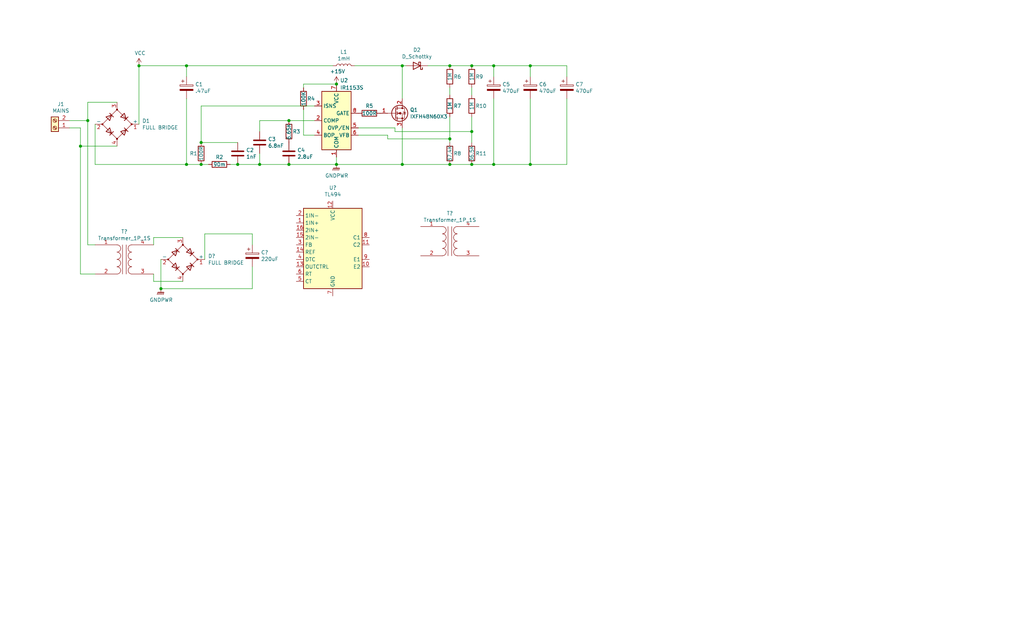
<source format=kicad_sch>
(kicad_sch (version 20211123) (generator eeschema)
  (paper "USLegal")
  (lib_symbols
    (symbol "Connector:Screw_Terminal_01x02" (pin_names (offset 1.016) hide)
      (property "Reference" "J" (at 0 2.54 0))
      (property "Value" "Screw_Terminal_01x02" (at 0 -5.08 0))
      (symbol "Screw_Terminal_01x02_1_1"
        (rectangle (start -1.27 1.27) (end 1.27 -3.81) (stroke (width 0.254)) (fill (type background)))
        (circle (center 0 -2.54) (radius 0.635) (stroke (width 0.1524)))
        (polyline (pts (xy -0.5334 -2.2098) (xy 0.3302 -3.048)) (stroke (width 0.1524)))
        (polyline (pts (xy -0.5334 0.3302) (xy 0.3302 -0.508)) (stroke (width 0.1524)))
        (polyline (pts (xy -0.3556 -2.032) (xy 0.508 -2.8702)) (stroke (width 0.1524)))
        (polyline (pts (xy -0.3556 0.508) (xy 0.508 -0.3302)) (stroke (width 0.1524)))
        (circle (center 0 0) (radius 0.635) (stroke (width 0.1524)))
        (pin passive line (at -5.08 0 0) (length 3.81) (name "Pin_1") (number "1"))
        (pin passive line (at -5.08 -2.54 0) (length 3.81) (name "Pin_2") (number "2"))
      )
    )
    (symbol "Device:C" (pin_numbers hide) (pin_names (offset 0.254))
      (property "Reference" "C" (at 0.635 2.54 0))
      (property "Value" "C" (at 0.635 -2.54 0))
      (symbol "C_0_1"
        (polyline (pts (xy -2.032 -0.762) (xy 2.032 -0.762)) (stroke (width 0.508)))
        (polyline (pts (xy -2.032 0.762) (xy 2.032 0.762)) (stroke (width 0.508)))
      )
      (symbol "C_1_1"
        (pin passive line (at 0 3.81 270) (length 2.794) (name "~") (number "1"))
        (pin passive line (at 0 -3.81 90) (length 2.794) (name "~") (number "2"))
      )
    )
    (symbol "Device:CP" (pin_numbers hide) (pin_names (offset 0.254))
      (property "Reference" "C" (at 0.635 2.54 0))
      (property "Value" "Device_CP" (at 0.635 -2.54 0))
      (symbol "CP_0_1"
        (rectangle (start -2.286 0.508) (end 2.286 1.016))
        (polyline (pts (xy -1.778 2.286) (xy -0.762 2.286)))
        (polyline (pts (xy -1.27 2.794) (xy -1.27 1.778)))
        (rectangle (start 2.286 -0.508) (end -2.286 -1.016) (fill (type outline)))
      )
      (symbol "CP_1_1"
        (pin passive line (at 0 3.81 270) (length 2.794) (name "~") (number "1"))
        (pin passive line (at 0 -3.81 90) (length 2.794) (name "~") (number "2"))
      )
    )
    (symbol "Device:D_Bridge_+-AA" (pin_names (offset 0))
      (property "Reference" "D" (at 2.54 6.985 0))
      (property "Value" "D_Bridge_+-AA" (at 2.54 5.08 0))
      (symbol "D_Bridge_+-AA_0_1"
        (circle (center -5.08 0) (radius 0.254) (fill (type outline)))
        (circle (center 0 -5.08) (radius 0.254) (fill (type outline)))
        (polyline (pts (xy -2.54 3.81) (xy -1.27 2.54)) (stroke (width 0.254)))
        (polyline (pts (xy -1.27 -2.54) (xy -2.54 -3.81)) (stroke (width 0.254)))
        (polyline (pts (xy 2.54 -1.27) (xy 3.81 -2.54)) (stroke (width 0.254)))
        (polyline (pts (xy 2.54 1.27) (xy 3.81 2.54)) (stroke (width 0.254)))
        (polyline (pts (xy -3.81 2.54) (xy -2.54 1.27) (xy -1.905 3.175) (xy -3.81 2.54)) (stroke (width 0.254)))
        (polyline (pts (xy -2.54 -1.27) (xy -3.81 -2.54) (xy -1.905 -3.175) (xy -2.54 -1.27)) (stroke (width 0.254)))
        (polyline (pts (xy 1.27 2.54) (xy 2.54 3.81) (xy 3.175 1.905) (xy 1.27 2.54)) (stroke (width 0.254)))
        (polyline (pts (xy 3.175 -1.905) (xy 1.27 -2.54) (xy 2.54 -3.81) (xy 3.175 -1.905)) (stroke (width 0.254)))
        (polyline (pts (xy -5.08 0) (xy 0 -5.08) (xy 5.08 0) (xy 0 5.08) (xy -5.08 0)))
        (circle (center 0 5.08) (radius 0.254) (fill (type outline)))
        (circle (center 5.08 0) (radius 0.254) (fill (type outline)))
      )
      (symbol "D_Bridge_+-AA_1_1"
        (pin passive line (at 7.62 0 180) (length 2.54) (name "+") (number "1"))
        (pin passive line (at -7.62 0 0) (length 2.54) (name "-") (number "2"))
        (pin passive line (at 0 7.62 270) (length 2.54) (name "~") (number "3"))
        (pin passive line (at 0 -7.62 90) (length 2.54) (name "~") (number "4"))
      )
    )
    (symbol "Device:D_Schottky" (pin_numbers hide) (pin_names (offset 1.016) hide)
      (property "Reference" "D" (at 0 2.54 0))
      (property "Value" "D_Schottky" (at 0 -2.54 0))
      (symbol "D_Schottky_0_1"
        (polyline (pts (xy 1.27 0) (xy -1.27 0)))
        (polyline (pts (xy 1.27 1.27) (xy 1.27 -1.27) (xy -1.27 0) (xy 1.27 1.27)) (stroke (width 0.254)))
        (polyline (pts (xy -1.905 0.635) (xy -1.905 1.27) (xy -1.27 1.27) (xy -1.27 -1.27) (xy -0.635 -1.27) (xy -0.635 -0.635)) (stroke (width 0.254)))
      )
      (symbol "D_Schottky_1_1"
        (pin passive line (at -3.81 0 0) (length 2.54) (name "K") (number "1"))
        (pin passive line (at 3.81 0 180) (length 2.54) (name "A") (number "2"))
      )
    )
    (symbol "Device:L" (pin_numbers hide) (pin_names (offset 1.016) hide)
      (property "Reference" "L" (at -1.27 0 90))
      (property "Value" "L" (at 1.905 0 90))
      (symbol "L_0_1"
        (arc (start 0 -2.54) (mid 0.635 -1.905) (end 0 -1.27))
        (arc (start 0 -1.27) (mid 0.635 -0.635) (end 0 0))
        (arc (start 0 0) (mid 0.635 0.635) (end 0 1.27))
        (arc (start 0 1.27) (mid 0.635 1.905) (end 0 2.54))
      )
      (symbol "L_1_1"
        (pin passive line (at 0 3.81 270) (length 1.27) (name "1") (number "1"))
        (pin passive line (at 0 -3.81 90) (length 1.27) (name "2") (number "2"))
      )
    )
    (symbol "Device:R" (pin_numbers hide) (pin_names (offset 0))
      (property "Reference" "R" (at 2.032 0 90))
      (property "Value" "R" (at 0 0 90))
      (symbol "R_0_1"
        (rectangle (start -1.016 -2.54) (end 1.016 2.54) (stroke (width 0.254)))
      )
      (symbol "R_1_1"
        (pin passive line (at 0 3.81 270) (length 1.27) (name "~") (number "1"))
        (pin passive line (at 0 -3.81 90) (length 1.27) (name "~") (number "2"))
      )
    )
    (symbol "Device:Transformer_1P_1S" (pin_names (offset 1.016) hide)
      (property "Reference" "T" (at 0 6.35 0))
      (property "Value" "Transformer_1P_1S" (at 0 -7.62 0))
      (symbol "Transformer_1P_1S_0_1"
        (arc (start -2.54 -5.0546) (mid -1.6561 -4.6863) (end -1.27 -3.81))
        (arc (start -2.54 -2.5146) (mid -1.6561 -2.1463) (end -1.27 -1.27))
        (arc (start -2.54 0.0254) (mid -1.6561 0.3937) (end -1.27 1.27))
        (arc (start -2.54 2.5654) (mid -1.6561 2.9337) (end -1.27 3.81))
        (arc (start -1.27 -3.81) (mid -1.642 -2.912) (end -2.54 -2.54))
        (arc (start -1.27 -1.27) (mid -1.642 -0.372) (end -2.54 0))
        (arc (start -1.27 1.27) (mid -1.642 2.168) (end -2.54 2.54))
        (arc (start -1.27 3.81) (mid -1.642 4.708) (end -2.54 5.08))
        (polyline (pts (xy -0.635 5.08) (xy -0.635 -5.08)))
        (polyline (pts (xy 0.635 -5.08) (xy 0.635 5.08)))
        (arc (start 1.2954 -1.27) (mid 1.6599 -2.1501) (end 2.54 -2.5146))
        (arc (start 1.2954 1.27) (mid 1.6599 0.3899) (end 2.54 0.0254))
        (arc (start 1.2954 3.81) (mid 1.6599 2.9299) (end 2.54 2.5654))
        (arc (start 1.3208 -3.81) (mid 1.6853 -4.6901) (end 2.5654 -5.0546))
        (arc (start 2.54 0) (mid 1.6456 -0.3683) (end 1.2954 -1.27))
        (arc (start 2.54 2.54) (mid 1.6456 2.1717) (end 1.2954 1.27))
        (arc (start 2.54 5.08) (mid 1.6456 4.7117) (end 1.2954 3.81))
        (arc (start 2.5654 -2.54) (mid 1.671 -2.9083) (end 1.3208 -3.81))
      )
      (symbol "Transformer_1P_1S_1_1"
        (pin passive line (at -10.16 5.08 0) (length 7.62) (name "AA") (number "1"))
        (pin passive line (at -10.16 -5.08 0) (length 7.62) (name "AB") (number "2"))
        (pin passive line (at 10.16 -5.08 180) (length 7.62) (name "SA") (number "3"))
        (pin passive line (at 10.16 5.08 180) (length 7.62) (name "SB") (number "4"))
      )
    )
    (symbol "Regulator_Controller:IR1153S"
      (property "Reference" "U" (at 1.27 13.335 0))
      (property "Value" "IR1153S" (at 1.27 11.43 0))
      (symbol "IR1153S_0_1"
        (rectangle (start -5.08 -10.16) (end 5.08 10.16) (stroke (width 0.254)) (fill (type background)))
      )
      (symbol "IR1153S_1_1"
        (pin power_in line (at 0 -12.7 90) (length 2.54) (name "COM") (number "1"))
        (pin output line (at -7.62 0 0) (length 2.54) (name "COMP") (number "2"))
        (pin passive line (at -7.62 5.08 0) (length 2.54) (name "ISNS") (number "3"))
        (pin input line (at -7.62 -5.08 0) (length 2.54) (name "BOP") (number "4"))
        (pin input line (at 7.62 -2.54 180) (length 2.54) (name "OVP/EN") (number "5"))
        (pin input line (at 7.62 -5.08 180) (length 2.54) (name "VFB") (number "6"))
        (pin power_in line (at 0 12.7 270) (length 2.54) (name "VCC") (number "7"))
        (pin output line (at 7.62 2.54 180) (length 2.54) (name "GATE") (number "8"))
      )
    )
    (symbol "Regulator_Controller:TL494"
      (property "Reference" "U" (at 3.81 19.05 0))
      (property "Value" "TL494" (at 3.81 16.51 0))
      (symbol "TL494_0_1"
        (rectangle (start -10.16 -12.7) (end 10.16 15.24) (stroke (width 0.254)) (fill (type background)))
      )
      (symbol "TL494_1_1"
        (pin input line (at -12.7 10.16 0) (length 2.54) (name "1IN+") (number "1"))
        (pin passive line (at 12.7 -5.08 180) (length 2.54) (name "E2") (number "10"))
        (pin passive line (at 12.7 2.54 180) (length 2.54) (name "C2") (number "11"))
        (pin power_in line (at 0 17.78 270) (length 2.54) (name "VCC") (number "12"))
        (pin input line (at -12.7 -5.08 0) (length 2.54) (name "OUTCTRL") (number "13"))
        (pin power_out line (at -12.7 0 0) (length 2.54) (name "REF") (number "14"))
        (pin input line (at -12.7 5.08 0) (length 2.54) (name "2IN-") (number "15"))
        (pin input line (at -12.7 7.62 0) (length 2.54) (name "2IN+") (number "16"))
        (pin input line (at -12.7 12.7 0) (length 2.54) (name "1IN-") (number "2"))
        (pin output line (at -12.7 2.54 0) (length 2.54) (name "FB") (number "3"))
        (pin input line (at -12.7 -2.54 0) (length 2.54) (name "DTC") (number "4"))
        (pin passive line (at -12.7 -10.16 0) (length 2.54) (name "CT") (number "5"))
        (pin passive line (at -12.7 -7.62 0) (length 2.54) (name "RT") (number "6"))
        (pin power_in line (at 0 -15.24 90) (length 2.54) (name "GND") (number "7"))
        (pin passive line (at 12.7 5.08 180) (length 2.54) (name "C1") (number "8"))
        (pin passive line (at 12.7 -2.54 180) (length 2.54) (name "E1") (number "9"))
      )
    )
    (symbol "Transistor_FET:C3M0065090D" (pin_names hide)
      (property "Reference" "Q" (at 5.08 1.905 0))
      (property "Value" "C3M0065090D" (at 5.08 0 0))
      (symbol "C3M0065090D_0_1"
        (polyline (pts (xy 0.254 0) (xy -2.54 0)))
        (polyline (pts (xy 0.254 1.905) (xy 0.254 -1.905)) (stroke (width 0.254)))
        (polyline (pts (xy 0.762 -1.27) (xy 0.762 -2.286)) (stroke (width 0.254)))
        (polyline (pts (xy 0.762 0.508) (xy 0.762 -0.508)) (stroke (width 0.254)))
        (polyline (pts (xy 0.762 2.286) (xy 0.762 1.27)) (stroke (width 0.254)))
        (polyline (pts (xy 2.54 2.54) (xy 2.54 1.778)))
        (polyline (pts (xy 2.54 -2.54) (xy 2.54 0) (xy 0.762 0)))
        (polyline (pts (xy 0.762 -1.778) (xy 3.302 -1.778) (xy 3.302 1.778) (xy 0.762 1.778)))
        (polyline (pts (xy 1.016 0) (xy 2.032 0.381) (xy 2.032 -0.381) (xy 1.016 0)) (fill (type outline)))
        (polyline (pts (xy 2.794 0.508) (xy 2.921 0.381) (xy 3.683 0.381) (xy 3.81 0.254)))
        (polyline (pts (xy 3.302 0.381) (xy 2.921 -0.254) (xy 3.683 -0.254) (xy 3.302 0.381)))
        (circle (center 1.651 0) (radius 2.794) (stroke (width 0.254)))
        (circle (center 2.54 -1.778) (radius 0.254) (fill (type outline)))
        (circle (center 2.54 1.778) (radius 0.254) (fill (type outline)))
      )
      (symbol "C3M0065090D_1_1"
        (pin input line (at -5.08 0 0) (length 2.54) (name "G") (number "1"))
        (pin passive line (at 2.54 5.08 270) (length 2.54) (name "D") (number "2"))
        (pin passive line (at 2.54 -5.08 90) (length 2.54) (name "S") (number "3"))
      )
    )
    (symbol "power:+15V" (power) (pin_names (offset 0))
      (property "Value" "+15V" (at 0 3.556 0))
      (symbol "+15V_0_1"
        (polyline (pts (xy -0.762 1.27) (xy 0 2.54)))
        (polyline (pts (xy 0 0) (xy 0 2.54)))
        (polyline (pts (xy 0 2.54) (xy 0.762 1.27)))
      )
      (symbol "+15V_1_1"
        (pin power_in line (at 0 0 90) (length 0) hide (name "+15V") (number "1"))
      )
    )
    (symbol "power:GNDPWR" (power) (pin_names (offset 0))
      (property "Value" "GNDPWR" (at 0 -3.302 0))
      (symbol "GNDPWR_0_1"
        (polyline (pts (xy 0 -1.27) (xy 0 0)))
        (polyline (pts (xy -1.016 -1.27) (xy -1.27 -2.032) (xy -1.27 -2.032)) (stroke (width 0.2032)))
        (polyline (pts (xy -0.508 -1.27) (xy -0.762 -2.032) (xy -0.762 -2.032)) (stroke (width 0.2032)))
        (polyline (pts (xy 0 -1.27) (xy -0.254 -2.032) (xy -0.254 -2.032)) (stroke (width 0.2032)))
        (polyline (pts (xy 0.508 -1.27) (xy 0.254 -2.032) (xy 0.254 -2.032)) (stroke (width 0.2032)))
        (polyline (pts (xy 1.016 -1.27) (xy -1.016 -1.27) (xy -1.016 -1.27)) (stroke (width 0.2032)))
        (polyline (pts (xy 1.016 -1.27) (xy 0.762 -2.032) (xy 0.762 -2.032) (xy 0.762 -2.032)) (stroke (width 0.2032)))
      )
      (symbol "GNDPWR_1_1"
        (pin power_in line (at 0 0 270) (length 0) hide (name "GNDPWR") (number "1"))
      )
    )
    (symbol "power:VCC" (power) (pin_names (offset 0))
      (property "Value" "VCC" (at 0 3.81 0))
      (symbol "VCC_0_1"
        (polyline (pts (xy -0.762 1.27) (xy 0 2.54)))
        (polyline (pts (xy 0 0) (xy 0 2.54)))
        (polyline (pts (xy 0 2.54) (xy 0.762 1.27)))
      )
      (symbol "VCC_1_1"
        (pin power_in line (at 0 0 90) (length 0) hide (name "VCC") (number "1"))
      )
    )
  )
  (junction (at 156.21 22.86))
  (junction (at 171.45 57.15))
  (junction (at 184.15 22.86))
  (junction (at 48.26 22.86))
  (junction (at 139.7 22.86))
  (junction (at 82.55 57.15))
  (junction (at 163.83 45.72))
  (junction (at 69.85 57.15))
  (junction (at 27.94 50.8))
  (junction (at 90.17 57.15))
  (junction (at 163.83 57.15))
  (junction (at 163.83 22.86))
  (junction (at 64.77 22.86))
  (junction (at 100.33 57.15))
  (junction (at 139.7 57.15))
  (junction (at 69.85 49.53))
  (junction (at 184.15 57.15))
  (junction (at 55.88 100.33))
  (junction (at 116.84 57.15))
  (junction (at 171.45 22.86))
  (junction (at 30.48 41.91))
  (junction (at 64.77 57.15))
  (junction (at 156.21 57.15))
  (junction (at 116.84 29.21))
  (junction (at 100.33 41.91))
  (junction (at 156.21 48.26))
  (wire (pts (xy 184.15 57.15) (xy 171.45 57.15)))
  (wire (pts (xy 90.17 53.34) (xy 90.17 57.15)))
  (wire (pts (xy 69.85 57.15) (xy 72.39 57.15)))
  (wire (pts (xy 48.26 22.86) (xy 48.26 43.18)))
  (wire (pts (xy 156.21 48.26) (xy 156.21 49.53)))
  (wire (pts (xy 24.13 44.45) (xy 27.94 44.45)))
  (wire (pts (xy 156.21 33.02) (xy 156.21 30.48)))
  (wire (pts (xy 53.34 95.25) (xy 53.34 97.79)))
  (wire (pts (xy 53.34 97.79) (xy 63.5 97.79)))
  (wire (pts (xy 116.84 29.21) (xy 105.41 29.21)))
  (wire (pts (xy 82.55 49.53) (xy 69.85 49.53)))
  (wire (pts (xy 116.84 57.15) (xy 116.84 54.61)))
  (wire (pts (xy 156.21 40.64) (xy 156.21 48.26)))
  (wire (pts (xy 30.48 85.09) (xy 33.02 85.09)))
  (wire (pts (xy 156.21 22.86) (xy 163.83 22.86)))
  (wire (pts (xy 69.85 36.83) (xy 109.22 36.83)))
  (wire (pts (xy 24.13 41.91) (xy 30.48 41.91)))
  (wire (pts (xy 27.94 50.8) (xy 40.64 50.8)))
  (wire (pts (xy 171.45 22.86) (xy 184.15 22.86)))
  (wire (pts (xy 196.85 26.67) (xy 196.85 22.86)))
  (wire (pts (xy 87.63 100.33) (xy 87.63 92.71)))
  (wire (pts (xy 105.41 38.1) (xy 105.41 46.99)))
  (wire (pts (xy 156.21 57.15) (xy 163.83 57.15)))
  (wire (pts (xy 82.55 57.15) (xy 90.17 57.15)))
  (wire (pts (xy 184.15 22.86) (xy 196.85 22.86)))
  (wire (pts (xy 64.77 26.67) (xy 64.77 22.86)))
  (wire (pts (xy 87.63 85.09) (xy 87.63 81.28)))
  (wire (pts (xy 139.7 57.15) (xy 156.21 57.15)))
  (wire (pts (xy 140.97 22.86) (xy 139.7 22.86)))
  (wire (pts (xy 64.77 57.15) (xy 69.85 57.15)))
  (wire (pts (xy 27.94 50.8) (xy 27.94 95.25)))
  (wire (pts (xy 40.64 35.56) (xy 30.48 35.56)))
  (wire (pts (xy 171.45 26.67) (xy 171.45 22.86)))
  (wire (pts (xy 33.02 95.25) (xy 27.94 95.25)))
  (wire (pts (xy 134.62 48.26) (xy 156.21 48.26)))
  (wire (pts (xy 33.02 43.18) (xy 33.02 57.15)))
  (wire (pts (xy 139.7 44.45) (xy 139.7 57.15)))
  (wire (pts (xy 100.33 41.91) (xy 109.22 41.91)))
  (wire (pts (xy 124.46 44.45) (xy 137.16 44.45)))
  (wire (pts (xy 27.94 44.45) (xy 27.94 50.8)))
  (wire (pts (xy 105.41 46.99) (xy 109.22 46.99)))
  (wire (pts (xy 71.12 81.28) (xy 87.63 81.28)))
  (wire (pts (xy 196.85 34.29) (xy 196.85 57.15)))
  (wire (pts (xy 64.77 22.86) (xy 115.57 22.86)))
  (wire (pts (xy 163.83 57.15) (xy 171.45 57.15)))
  (wire (pts (xy 69.85 36.83) (xy 69.85 49.53)))
  (wire (pts (xy 163.83 45.72) (xy 163.83 49.53)))
  (wire (pts (xy 139.7 34.29) (xy 139.7 22.86)))
  (wire (pts (xy 55.88 90.17) (xy 55.88 100.33)))
  (wire (pts (xy 90.17 41.91) (xy 100.33 41.91)))
  (wire (pts (xy 123.19 22.86) (xy 139.7 22.86)))
  (wire (pts (xy 80.01 57.15) (xy 82.55 57.15)))
  (wire (pts (xy 30.48 41.91) (xy 30.48 85.09)))
  (wire (pts (xy 30.48 35.56) (xy 30.48 41.91)))
  (wire (pts (xy 124.46 46.99) (xy 134.62 46.99)))
  (wire (pts (xy 134.62 46.99) (xy 134.62 48.26)))
  (wire (pts (xy 163.83 22.86) (xy 171.45 22.86)))
  (wire (pts (xy 33.02 57.15) (xy 64.77 57.15)))
  (wire (pts (xy 163.83 45.72) (xy 163.83 40.64)))
  (wire (pts (xy 53.34 82.55) (xy 53.34 85.09)))
  (wire (pts (xy 53.34 82.55) (xy 63.5 82.55)))
  (wire (pts (xy 163.83 33.02) (xy 163.83 30.48)))
  (wire (pts (xy 90.17 45.72) (xy 90.17 41.91)))
  (wire (pts (xy 196.85 57.15) (xy 184.15 57.15)))
  (wire (pts (xy 71.12 90.17) (xy 71.12 81.28)))
  (wire (pts (xy 184.15 34.29) (xy 184.15 57.15)))
  (wire (pts (xy 184.15 26.67) (xy 184.15 22.86)))
  (wire (pts (xy 171.45 34.29) (xy 171.45 57.15)))
  (wire (pts (xy 137.16 45.72) (xy 163.83 45.72)))
  (wire (pts (xy 55.88 100.33) (xy 87.63 100.33)))
  (wire (pts (xy 137.16 44.45) (xy 137.16 45.72)))
  (wire (pts (xy 148.59 22.86) (xy 156.21 22.86)))
  (wire (pts (xy 100.33 57.15) (xy 116.84 57.15)))
  (wire (pts (xy 64.77 34.29) (xy 64.77 57.15)))
  (wire (pts (xy 105.41 29.21) (xy 105.41 30.48)))
  (wire (pts (xy 116.84 57.15) (xy 139.7 57.15)))
  (wire (pts (xy 48.26 22.86) (xy 64.77 22.86)))
  (wire (pts (xy 90.17 57.15) (xy 100.33 57.15)))
  (symbol (lib_id "Device:D_Bridge_+-AA") (at 40.64 43.18 0) (unit 1)
    (property "Reference" "D1" (at 49.3776 42.0116 0) (effects (justify left)))
    (property "Value" "FULL BRIDGE" (at 49.3776 44.323 0) (effects (justify left)))
  )
  (symbol (lib_id "Regulator_Controller:IR1153S") (at 116.84 41.91 0) (unit 1)
    (property "Reference" "U2" (at 118.11 27.94 0) (effects (justify left)))
    (property "Value" "IR1153S" (at 118.11 30.48 0) (effects (justify left)))
    (property "Footprint" "Package_SO:SOIC-8_3.9x4.9mm_P1.27mm" (effects hide))
    (property "Datasheet" "https://www.infineon.com/dgdl/ir1153.pdf?fileId=5546d462533600a4015355c42a5b1649" (effects hide))
  )
  (symbol (lib_id "Connector:Screw_Terminal_01x02") (at 19.05 44.45 180) (unit 1)
    (property "Reference" "J1" (at 21.1328 36.195 0))
    (property "Value" "MAINS" (at 21.1328 38.5064 0))
  )
  (symbol (lib_id "power:VCC") (at 48.26 22.86 0) (unit 1)
    (property "Reference" "#PWR01" (effects hide))
    (property "Value" "VCC" (at 48.641 18.4658 0))
  )
  (symbol (lib_id "power:+15V") (at 116.84 29.21 0) (unit 1)
    (property "Reference" "#PWR02" (effects hide))
    (property "Value" "+15V" (at 117.221 24.8158 0))
  )
  (symbol (lib_id "Device:L") (at 119.38 22.86 90) (unit 1)
    (property "Reference" "L1" (at 119.38 18.034 90))
    (property "Value" "1mH" (at 119.38 20.3454 90))
  )
  (symbol (lib_id "Device:D_Schottky") (at 144.78 22.86 180) (unit 1)
    (property "Reference" "D2" (at 144.78 17.3482 0))
    (property "Value" "D_Schottky" (at 144.78 19.6596 0))
  )
  (symbol (lib_id "Device:R") (at 156.21 26.67 0) (unit 1)
    (property "Reference" "R6" (at 157.48 26.67 0) (effects (justify left)))
    (property "Value" "1M" (at 156.21 26.67 90))
  )
  (symbol (lib_id "Device:CP") (at 64.77 30.48 0) (unit 1)
    (property "Reference" "C1" (at 67.7672 29.3116 0) (effects (justify left)))
    (property "Value" ".47uF" (at 67.7672 31.623 0) (effects (justify left)))
  )
  (symbol (lib_id "Device:R") (at 156.21 53.34 0) (unit 1)
    (property "Reference" "R8" (at 157.48 53.34 0) (effects (justify left)))
    (property "Value" "37.4K" (at 156.21 53.34 90))
  )
  (symbol (lib_id "Device:CP") (at 171.45 30.48 0) (unit 1)
    (property "Reference" "C5" (at 174.4472 29.3116 0) (effects (justify left)))
    (property "Value" "470uF" (at 174.4472 31.623 0) (effects (justify left)))
  )
  (symbol (lib_id "Device:R") (at 163.83 26.67 0) (unit 1)
    (property "Reference" "R9" (at 165.1 26.67 0) (effects (justify left)))
    (property "Value" "1M" (at 163.83 26.67 90))
  )
  (symbol (lib_id "Device:R") (at 163.83 53.34 0) (unit 1)
    (property "Reference" "R11" (at 165.1 53.34 0) (effects (justify left)))
    (property "Value" "36.5K" (at 163.83 53.34 90))
  )
  (symbol (lib_id "Device:R") (at 76.2 57.15 90) (unit 1)
    (property "Reference" "R2" (at 76.2 54.61 90))
    (property "Value" "90m" (at 76.2 57.15 90))
  )
  (symbol (lib_id "Device:R") (at 69.85 53.34 180) (unit 1)
    (property "Reference" "R1" (at 68.58 53.34 0) (effects (justify left)))
    (property "Value" "100R" (at 69.85 53.34 90))
  )
  (symbol (lib_id "Device:C") (at 82.55 53.34 0) (unit 1)
    (property "Reference" "C2" (at 85.471 52.1716 0) (effects (justify left)))
    (property "Value" "1nF" (at 85.471 54.483 0) (effects (justify left)))
  )
  (symbol (lib_id "power:GNDPWR") (at 116.84 57.15 0) (unit 1)
    (property "Reference" "#PWR03" (effects hide))
    (property "Value" "GNDPWR" (at 116.9416 61.0616 0))
  )
  (symbol (lib_id "Device:R") (at 105.41 34.29 0) (unit 1)
    (property "Reference" "R4" (at 106.68 34.29 0) (effects (justify left)))
    (property "Value" "100K" (at 105.41 34.29 90))
  )
  (symbol (lib_id "Transistor_FET:C3M0065090D") (at 137.16 39.37 0) (unit 1)
    (property "Reference" "Q1" (at 142.367 38.2016 0) (effects (justify left)))
    (property "Value" "IXFH48N60X3" (at 142.367 40.513 0) (effects (justify left)))
    (property "Footprint" "Package_TO_SOT_THT:TO-247-3_Vertical" (effects hide))
    (property "Datasheet" "https://www.wolfspeed.com/media/downloads/176/C3M0065090D.pdf" (effects hide))
  )
  (symbol (lib_id "Device:R") (at 128.27 39.37 270) (unit 1)
    (property "Reference" "R5" (at 128.27 36.83 90))
    (property "Value" "100R" (at 128.27 39.37 90))
  )
  (symbol (lib_id "Device:C") (at 100.33 53.34 0) (unit 1)
    (property "Reference" "C4" (at 103.251 52.1716 0) (effects (justify left)))
    (property "Value" "2.8uF" (at 103.251 54.483 0) (effects (justify left)))
  )
  (symbol (lib_id "Device:CP") (at 184.15 30.48 0) (unit 1)
    (property "Reference" "C6" (at 187.1472 29.3116 0) (effects (justify left)))
    (property "Value" "470uF" (at 187.1472 31.623 0) (effects (justify left)))
  )
  (symbol (lib_id "Device:CP") (at 196.85 30.48 0) (unit 1)
    (property "Reference" "C7" (at 199.8472 29.3116 0) (effects (justify left)))
    (property "Value" "470uF" (at 199.8472 31.623 0) (effects (justify left)))
  )
  (symbol (lib_id "Device:R") (at 156.21 36.83 0) (unit 1)
    (property "Reference" "R7" (at 157.48 36.83 0) (effects (justify left)))
    (property "Value" "1M" (at 156.21 36.83 90))
  )
  (symbol (lib_id "Device:R") (at 163.83 36.83 0) (unit 1)
    (property "Reference" "R10" (at 165.1 36.83 0) (effects (justify left)))
    (property "Value" "1M" (at 163.83 36.83 90))
  )
  (symbol (lib_id "Regulator_Controller:TL494") (at 115.57 87.63 0) (unit 1)
    (property "Reference" "U?" (at 115.57 65.2526 0))
    (property "Value" "TL494" (at 115.57 67.564 0))
    (property "Datasheet" "http://www.ti.com/lit/ds/symlink/tl494.pdf" (effects hide))
  )
  (symbol (lib_id "Device:C") (at 90.17 49.53 0) (unit 1)
    (property "Reference" "C3" (at 93.091 48.3616 0) (effects (justify left)))
    (property "Value" "6.8nF" (at 93.091 50.673 0) (effects (justify left)))
  )
  (symbol (lib_id "Device:R") (at 100.33 45.72 180) (unit 1)
    (property "Reference" "R3" (at 101.6 45.72 0) (effects (justify right)))
    (property "Value" "6.65K" (at 100.33 45.72 90))
  )
  (symbol (lib_id "Device:Transformer_1P_1S") (at 43.18 90.17 0) (unit 1)
    (property "Reference" "T?" (at 43.18 80.4926 0))
    (property "Value" "Transformer_1P_1S" (at 43.18 82.804 0))
  )
  (symbol (lib_id "Device:Transformer_1P_1S") (at 156.21 83.82 0) (unit 1)
    (property "Reference" "T?" (at 156.21 74.1426 0))
    (property "Value" "Transformer_1P_1S" (at 156.21 76.454 0))
  )
  (symbol (lib_id "power:GNDPWR") (at 55.88 100.33 0) (unit 1)
    (property "Reference" "#PWR?" (effects hide))
    (property "Value" "GNDPWR" (at 55.9816 104.2416 0))
  )
  (symbol (lib_id "Device:D_Bridge_+-AA") (at 63.5 90.17 0) (unit 1)
    (property "Reference" "D?" (at 72.2376 89.0016 0) (effects (justify left)))
    (property "Value" "FULL BRIDGE" (at 72.2376 91.313 0) (effects (justify left)))
  )
  (symbol (lib_id "Device:CP") (at 87.63 88.9 0) (unit 1)
    (property "Reference" "C?" (at 90.6272 87.7316 0) (effects (justify left)))
    (property "Value" "220uF" (at 90.6272 90.043 0) (effects (justify left)))
  )
)
</source>
